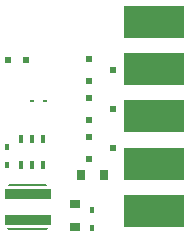
<source format=gbr>
G04 #@! TF.GenerationSoftware,KiCad,Pcbnew,no-vcs-found-7613~57~ubuntu16.04.1*
G04 #@! TF.CreationDate,2017-02-19T17:16:57-08:00*
G04 #@! TF.ProjectId,ESPKey,4553504B65792E6B696361645F706362,rev?*
G04 #@! TF.FileFunction,Paste,Top*
G04 #@! TF.FilePolarity,Positive*
%FSLAX46Y46*%
G04 Gerber Fmt 4.6, Leading zero omitted, Abs format (unit mm)*
G04 Created by KiCad (PCBNEW no-vcs-found-7613~57~ubuntu16.04.1) date Sun Feb 19 17:16:57 2017*
%MOMM*%
%LPD*%
G01*
G04 APERTURE LIST*
%ADD10C,0.100000*%
%ADD11R,0.350000X0.760000*%
%ADD12R,0.300000X0.100000*%
%ADD13R,0.500100X0.500100*%
%ADD14R,0.497560X0.497560*%
%ADD15R,5.100000X2.700000*%
%ADD16R,0.700000X0.950000*%
%ADD17R,0.450000X0.500000*%
%ADD18R,0.950000X0.700000*%
%ADD19R,0.100000X0.300000*%
%ADD20R,3.900000X0.850000*%
%ADD21C,0.150000*%
%ADD22R,0.300000X0.200000*%
G04 APERTURE END LIST*
D10*
D11*
X105747000Y-114115000D03*
X106697000Y-114115000D03*
X107647000Y-114115000D03*
X107647000Y-111915000D03*
X105747000Y-111915000D03*
X106697000Y-111915000D03*
D12*
X109000000Y-119650000D03*
X109000000Y-118750000D03*
D13*
X111499240Y-105150000D03*
X111499240Y-107050000D03*
X113498220Y-106100000D03*
D14*
X104650700Y-105200000D03*
X106149300Y-105200000D03*
D15*
X117017800Y-118014500D03*
X117017800Y-114014500D03*
X117017800Y-102000000D03*
X117017800Y-106000000D03*
X117017800Y-110000000D03*
D16*
X112800000Y-114990000D03*
X110800000Y-114990000D03*
D17*
X104600000Y-114150000D03*
X104600000Y-112650000D03*
D18*
X110300000Y-119400000D03*
X110300000Y-117400000D03*
D17*
X111750000Y-117950000D03*
X111750000Y-119450000D03*
D13*
X111499240Y-111750000D03*
X111499240Y-113650000D03*
X113498220Y-112700000D03*
X111499240Y-108450000D03*
X111499240Y-110350000D03*
X113498220Y-109400000D03*
D12*
X106200000Y-107700000D03*
X106200000Y-106800000D03*
X108600000Y-107450000D03*
X108600000Y-106550000D03*
D19*
X109500000Y-115000000D03*
X108600000Y-115000000D03*
D12*
X109050000Y-115800000D03*
X109050000Y-116700000D03*
D19*
X110650000Y-112100000D03*
X109750000Y-112100000D03*
X110650000Y-111100000D03*
X109750000Y-111100000D03*
X109750000Y-110000000D03*
X110650000Y-110000000D03*
X110650000Y-108900000D03*
X109750000Y-108900000D03*
X110650000Y-107800000D03*
X109750000Y-107800000D03*
X109750000Y-106700000D03*
X110650000Y-106700000D03*
X106950000Y-106000000D03*
X107850000Y-106000000D03*
D12*
X110500000Y-105750000D03*
X110500000Y-104850000D03*
X109500000Y-104850000D03*
X109500000Y-105750000D03*
D19*
X106950000Y-105000000D03*
X107850000Y-105000000D03*
X106900000Y-110700000D03*
X106000000Y-110700000D03*
D20*
X106300000Y-116625000D03*
X106300000Y-118775000D03*
D21*
X106300000Y-119575000D03*
D10*
G36*
X104562132Y-119500000D02*
X108037868Y-119500000D01*
X107887868Y-119650000D01*
X104712132Y-119650000D01*
X104562132Y-119500000D01*
X104562132Y-119500000D01*
G37*
D21*
X106300000Y-115825000D03*
D10*
G36*
X104712132Y-115750000D02*
X107887868Y-115750000D01*
X108037868Y-115900000D01*
X104562132Y-115900000D01*
X104712132Y-115750000D01*
X104712132Y-115750000D01*
G37*
D22*
X107750000Y-108700000D03*
X106650000Y-108700000D03*
D19*
X106750000Y-109700000D03*
X107650000Y-109700000D03*
X107650000Y-110700000D03*
X108550000Y-110700000D03*
M02*

</source>
